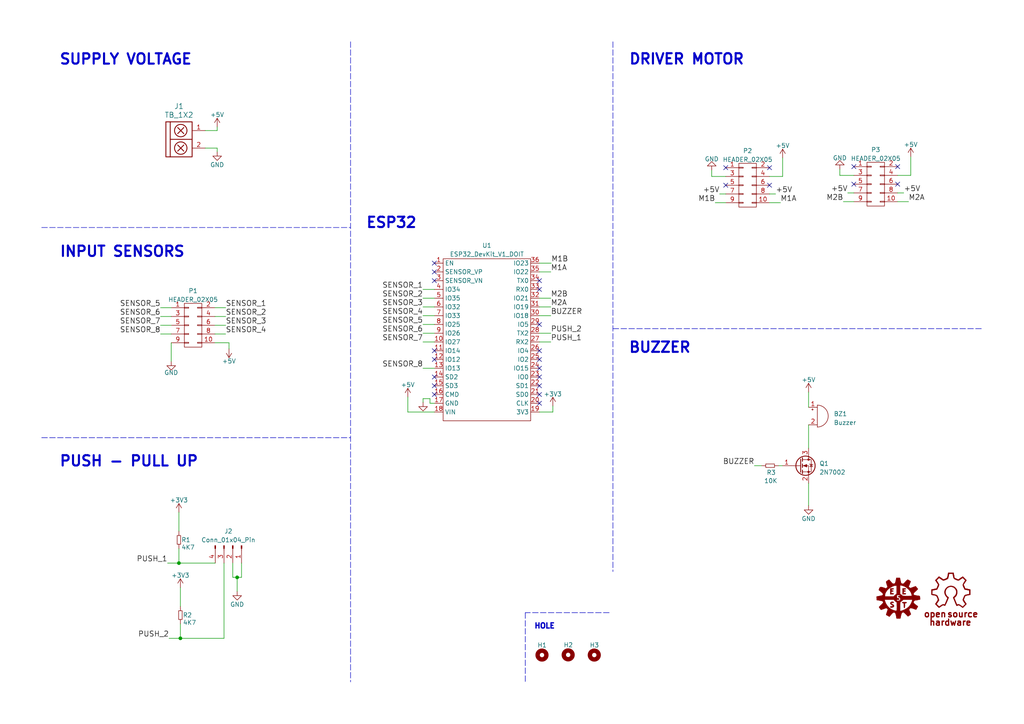
<source format=kicad_sch>
(kicad_sch (version 20230121) (generator eeschema)
  (paper "A4")
  (title_block (title "Main Board - B2023 (Shield)") (date "2023-03-03") (rev "1.0") (company "E.E.S.T. N°5") (comment 1 "Autor: Mauricio Falcon") (comment 2 "CURSO: 7MO 3RA"))
  (lib_symbols
    (symbol "2019---Sumo---NANO---BTS7960-rescue:LOGO_ROTULO-EESTN5" (pin_names (offset 1.016))
      (symbol "LOGO_ROTULO-EESTN5_0_0"
        (polyline (pts (xy 1.8034 -2.921) (xy 1.8796 -2.8194) (xy 1.905 -2.6162) (xy 1.9304 -2.2352) (xy 1.9304 -1.7272) (xy 1.9558 -1.5748) (xy 2.032 -1.524) (xy 2.1844 -1.524) (xy 2.3368 -1.4732) (xy 2.4384 -1.3716) (xy 2.413 -1.3208) (xy 2.3368 -1.2446) (xy 2.1336 -1.2192) (xy 1.2954 -1.2192) (xy 1.143 -1.27) (xy 1.1176 -1.3716) (xy 1.143 -1.4478) (xy 1.3716 -1.524) (xy 1.4224 -1.524) (xy 1.524 -1.5494) (xy 1.5748 -1.6256) (xy 1.6002 -1.8542) (xy 1.6256 -2.2352) (xy 1.6256 -2.7432) (xy 1.6764 -2.8956) (xy 1.778 -2.9464) (xy 1.8034 -2.921)) (stroke (width 0.0254)) (fill (type outline)))
        (polyline (pts (xy -1.5748 1.0414) (xy -1.397 1.0922) (xy -1.3208 1.1684) (xy -1.3462 1.1938) (xy -1.4224 1.2954) (xy -1.6764 1.3208) (xy -1.905 1.3462) (xy -2.0066 1.4224) (xy -2.032 1.5748) (xy -2.032 1.7018) (xy -1.9558 1.8034) (xy -1.7272 1.8288) (xy -1.524 1.8796) (xy -1.4224 1.9812) (xy -1.4986 2.1082) (xy -1.7272 2.1336) (xy -1.9558 2.1844) (xy -2.032 2.286) (xy -2.032 2.3114) (xy -1.9558 2.413) (xy -1.6764 2.4384) (xy -1.651 2.4638) (xy -1.4224 2.4892) (xy -1.3208 2.5908) (xy -1.3716 2.6924) (xy -1.524 2.7432) (xy -2.3368 2.7432) (xy -2.3368 1.016) (xy -1.8288 1.016) (xy -1.5748 1.0414)) (stroke (width 0.0254)) (fill (type outline)))
        (polyline (pts (xy 1.9812 1.0414) (xy 2.159 1.0922) (xy 2.2352 1.1684) (xy 2.2098 1.1938) (xy 2.1336 1.2954) (xy 1.8796 1.3208) (xy 1.651 1.3462) (xy 1.5494 1.4224) (xy 1.524 1.5748) (xy 1.524 1.7018) (xy 1.6002 1.8034) (xy 1.8288 1.8288) (xy 2.032 1.8796) (xy 2.1336 1.9812) (xy 2.0574 2.1082) (xy 1.8288 2.1336) (xy 1.6002 2.1844) (xy 1.524 2.286) (xy 1.524 2.3114) (xy 1.6002 2.413) (xy 1.8796 2.4384) (xy 1.905 2.4638) (xy 2.1336 2.4892) (xy 2.2352 2.5908) (xy 2.1844 2.6924) (xy 2.032 2.7432) (xy 1.2192 2.7432) (xy 1.2192 1.016) (xy 1.7272 1.016) (xy 1.9812 1.0414)) (stroke (width 0.0254)) (fill (type outline)))
        (polyline (pts (xy -1.6256 -2.7686) (xy -1.4224 -2.667) (xy -1.27 -2.4892) (xy -1.2446 -2.2606) (xy -1.397 -2.0066) (xy -1.778 -1.778) (xy -1.905 -1.6764) (xy -2.032 -1.524) (xy -2.032 -1.4478) (xy -1.9304 -1.4224) (xy -1.4732 -1.4732) (xy -1.3716 -1.4478) (xy -1.3462 -1.3208) (xy -1.4732 -1.1684) (xy -1.7272 -1.1176) (xy -1.9812 -1.143) (xy -2.1844 -1.27) (xy -2.2606 -1.3208) (xy -2.3368 -1.5748) (xy -2.2352 -1.8288) (xy -1.9304 -2.032) (xy -1.6764 -2.2098) (xy -1.6002 -2.3368) (xy -1.6764 -2.4384) (xy -1.9558 -2.4638) (xy -1.9812 -2.4638) (xy -2.2606 -2.4892) (xy -2.3622 -2.6162) (xy -2.286 -2.7686) (xy -2.159 -2.8194) (xy -1.905 -2.8194) (xy -1.6256 -2.7686)) (stroke (width 0.0254)) (fill (type outline)))
        (polyline (pts (xy 0.762 -5.1816) (xy 0.8128 -4.953) (xy 0.9144 -4.6228) (xy 0.9906 -4.445) (xy 1.0922 -4.318) (xy 1.2446 -4.2418) (xy 1.3716 -4.2164) (xy 1.524 -4.2164) (xy 1.6764 -4.2926) (xy 1.8796 -4.4704) (xy 2.794 -5.3848) (xy 3.2258 -5.1054) (xy 3.3782 -5.0038) (xy 3.556 -4.8514) (xy 3.6576 -4.7498) (xy 3.6068 -4.6482) (xy 3.5306 -4.4196) (xy 3.4036 -4.0894) (xy 3.302 -3.8862) (xy 3.175 -3.5814) (xy 3.1496 -3.3782) (xy 3.2004 -3.2258) (xy 3.429 -2.9972) (xy 3.556 -2.9464) (xy 3.7084 -2.9718) (xy 3.9624 -3.0226) (xy 4.3688 -3.1496) (xy 5.1562 -3.429) (xy 5.4102 -2.9718) (xy 5.5118 -2.8194) (xy 5.6388 -2.5908) (xy 5.6896 -2.4892) (xy 5.6642 -2.4892) (xy 5.5626 -2.3622) (xy 5.3086 -2.1844) (xy 5.0038 -1.9558) (xy 4.6736 -1.6764) (xy 4.445 -1.4732) (xy 4.3942 -1.3208) (xy 4.4196 -1.27) (xy 4.4704 -1.0922) (xy 4.572 -0.9144) (xy 4.7752 -0.762) (xy 5.0292 -0.7112) (xy 5.1308 -0.6858) (xy 5.4356 -0.6604) (xy 5.7658 -0.5842) (xy 6.2992 -0.4826) (xy 6.2992 0.0254) (xy 6.2738 0.0508) (xy 6.2738 0.3048) (xy 6.223 0.4572) (xy 6.096 0.5588) (xy 5.842 0.6096) (xy 5.4356 0.6604) (xy 5.1054 0.7112) (xy 4.7752 0.7874) (xy 4.572 0.8382) (xy 4.4704 0.9398) (xy 4.4196 1.0922) (xy 4.4196 1.2446) (xy 4.5212 1.397) (xy 4.699 1.6256) (xy 5.0292 1.905) (xy 5.1562 2.0066) (xy 5.6134 2.4638) (xy 5.6642 2.54) (xy 5.6642 2.5908) (xy 5.5372 2.7686) (xy 5.334 2.9972) (xy 5.0292 3.3782) (xy 3.4544 2.8194) (xy 3.2258 3.0226) (xy 2.9972 3.2512) (xy 3.302 3.9878) (xy 3.3274 4.0894) (xy 3.4544 4.4196) (xy 3.556 4.6736) (xy 3.5814 4.7752) (xy 3.5052 4.8514) (xy 3.302 4.9784) (xy 3.048 5.1308) (xy 2.8448 5.2324) (xy 2.7178 5.2832) (xy 2.6924 5.2832) (xy 2.5908 5.2324) (xy 2.4384 5.1054) (xy 2.2098 4.8768) (xy 1.8796 4.4958) (xy 1.524 4.1402) (xy 1.3716 4.0894) (xy 1.143 4.1148) (xy 0.889 4.2164) (xy 0.7874 4.3434) (xy 0.7366 4.5974) (xy 0.635 5.0038) (xy 0.4572 5.7912) (xy -0.5842 5.7912) (xy -0.7112 5.1054) (xy -0.8128 4.699) (xy -0.889 4.4196) (xy -0.9652 4.2418) (xy -1.0922 4.1656) (xy -1.2954 4.1148) (xy -1.524 4.1148) (xy -1.6764 4.191) (xy -1.8796 4.3688) (xy -2.1336 4.6736) (xy -2.6924 5.2832) (xy -3.0988 5.0546) (xy -3.2258 4.953) (xy -3.4544 4.8006) (xy -3.556 4.6736) (xy -3.5306 4.5212) (xy -3.4544 4.2164) (xy -3.3528 3.8608) (xy -3.1242 3.175) (xy -3.3528 2.9464) (xy -3.556 2.7178) (xy -4.0386 2.8956) (xy -4.572 3.0734) (xy -4.9022 3.1496) (xy -5.0546 3.1496) (xy -5.2324 3.1242) (xy -5.3594 3.0226) (xy -5.5118 2.7432) (xy -5.5626 2.6162) (xy -5.6388 2.3876) (xy -5.6388 2.2606) (xy -5.5118 2.1336) (xy -5.2832 1.9558) (xy -4.9784 1.7018) (xy -4.7752 1.524) (xy -4.5466 1.3208) (xy -4.4704 1.143) (xy -4.445 0.9906) (xy -4.4704 0.889) (xy -4.5212 0.8128) (xy -4.6228 0.7366) (xy -4.826 0.6858) (xy -5.1562 0.6096) (xy -5.6388 0.508) (xy -6.1722 0.4064) (xy -3.8608 0.4064) (xy -3.8608 0.7874) (xy -3.8354 1.1176) (xy -3.6068 1.6256) (xy -3.2512 2.159) (xy -2.7686 2.6416) (xy -2.6416 2.7432) (xy -2.159 3.048) (xy -1.651 3.3274) (xy -1.1684 3.5052) (xy -0.762 3.556) (xy -0.508 3.556) (xy -0.508 1.1938) (xy -0.5588 1.143) (xy 0.508 1.143) (xy 0.508 3.429) (xy 0.5588 3.5814) (xy 0.6096 3.6322) (xy 0.6858 3.6322) (xy 0.9144 3.5814) (xy 1.1938 3.5052) (xy 1.3462 3.4798) (xy 1.9304 3.2512) (xy 2.4892 2.8702) (xy 2.9972 2.413) (xy 3.429 1.905) (xy 3.7338 1.3716) (xy 3.8608 0.8636) (xy 3.9116 0.5588) (xy 2.5654 0.5334) (xy 2.0066 0.5334) (xy 1.5748 0.5588) (xy 1.2954 0.5842) (xy 1.2192 0.6096) (xy 1.0668 0.762) (xy 0.8636 0.9144) (xy 0.508 1.143) (xy -0.5588 1.143) (xy -0.9398 0.8128) (xy -1.3716 0.4064) (xy -3.8608 0.4064) (xy -6.1722 0.4064) (xy -6.3246 0.381) (xy -6.2992 -0.127) (xy -6.2738 -0.508) (xy -3.9878 -0.508) (xy -1.3208 -0.508) (xy -1.1938 -0.6604) (xy -0.508 -0.6604) (xy -0.4318 -0.5588) (xy -0.127 -0.5334) (xy 0.0762 -0.5334) (xy 0.2032 -0.4826) (xy 0.254 -0.3556) (xy 0.2286 -0.2794) (xy 0.1524 -0.1524) (xy -0.0762 -0.1016) (xy -0.2032 -0.1016) (xy -0.3556 -0.0508) (xy -0.4064 0.1016) (xy -0.4064 0.8128) (xy 0.2286 0.8128) (xy 0.4318 0.762) (xy 0.508 0.6604) (xy 0.4318 0.5588) (xy 0.2032 0.508) (xy 0 0.4826) (xy -0.1016 0.4064) (xy -0.0254 0.2794) (xy 0.2286 0.1524) (xy 0.3556 0.127) (xy 0.508 -0.0254) (xy 0.5842 -0.254) (xy 0.5842 -0.2794) (xy 0.5588 -0.5588) (xy 0.381 -0.7366) (xy 0.3302 -0.762) (xy 0.0508 -0.8636) (xy -0.2286 -0.889) (xy -0.4318 -0.8128) (xy -0.508 -0.6604) (xy -1.1938 -0.6604) (xy -1.016 -0.8636) (xy -0.9144 -0.9652) (xy -0.7112 -1.143) (xy -0.5588 -1.2192) (xy -0.508 -1.2192) (xy -0.4572 -1.3462) (xy -0.4318 -1.5494) (xy -0.4318 -1.9304) (xy -0.4318 -2.032) (xy 0.508 -2.032) (xy 0.5334 -1.5748) (xy 0.5588 -1.2954) (xy 0.5842 -1.2192) (xy 0.6604 -1.1938) (xy 0.8382 -1.0414) (xy 1.0922 -0.8636) (xy 1.4732 -0.508) (xy 4.064 -0.508) (xy 3.9878 -0.8382) (xy 3.9878 -0.889) (xy 3.81 -1.3462) (xy 3.556 -1.8542) (xy 3.2258 -2.3368) (xy 2.921 -2.667) (xy 2.6924 -2.8448) (xy 2.3114 -3.1242) (xy 1.9304 -3.3274) (xy 1.6256 -3.4798) (xy 1.2192 -3.6322) (xy 0.9144 -3.7338) (xy 0.508 -3.8354) (xy 0.508 -2.032) (xy -0.4318 -2.032) (xy -0.4064 -2.4892) (xy -0.4064 -2.8448) (xy -0.4318 -3.302) (xy -0.4572 -3.5814) (xy -0.5588 -3.7084) (xy -0.7366 -3.7592) (xy -0.9906 -3.683) (xy -1.3716 -3.5814) (xy -1.9304 -3.3528) (xy -2.6162 -2.8956) (xy -3.175 -2.286) (xy -3.6322 -1.5748) (xy -3.9116 -0.7874) (xy -3.9878 -0.508) (xy -6.2738 -0.508) (xy -6.2484 -0.635) (xy -5.3848 -0.7874) (xy -5.0546 -0.8382) (xy -4.7498 -0.9144) (xy -4.572 -0.9652) (xy -4.4704 -1.0668) (xy -4.4196 -1.1938) (xy -4.4196 -1.3716) (xy -4.4958 -1.524) (xy -4.6736 -1.7272) (xy -4.9784 -2.032) (xy -5.08 -2.1082) (xy -5.5372 -2.5654) (xy -5.6134 -2.6924) (xy -5.588 -2.7178) (xy -5.4864 -2.8956) (xy -5.3086 -3.1242) (xy -5.0292 -3.4798) (xy -4.2164 -3.2004) (xy -3.8608 -3.0734) (xy -3.6068 -2.9972) (xy -3.429 -2.9972) (xy -3.3274 -3.0226) (xy -3.2258 -3.1242) (xy -3.1496 -3.2258) (xy -3.0988 -3.3274) (xy -3.0988 -3.4798) (xy -3.175 -3.7084) (xy -3.302 -4.1148) (xy -3.3528 -4.2418) (xy -3.4544 -4.572) (xy -3.5306 -4.826) (xy -3.5306 -4.9276) (xy -3.5052 -4.953) (xy -3.302 -5.0546) (xy -3.048 -5.207) (xy -2.5654 -5.461) (xy -2.0574 -4.826) (xy -1.7526 -4.4958) (xy -1.524 -4.318) (xy -1.3462 -4.2418) (xy -1.1684 -4.2418) (xy -1.016 -4.2926) (xy -0.9144 -4.3942) (xy -0.8128 -4.5974) (xy -0.7112 -4.9276) (xy -0.6096 -5.4102) (xy -0.508 -5.9944) (xy 0.5842 -5.9944) (xy 0.762 -5.1816)) (stroke (width 0.0254)) (fill (type outline)))
      )
    )
    (symbol "2019---Sumo---NANO---BTS7960-rescue:OSHWA-EESTN5" (pin_names (offset 1.016))
      (symbol "OSHWA-EESTN5_0_0"
        (polyline (pts (xy 5.7912 2.667) (xy 5.5372 2.7178) (xy 5.4864 2.7432) (xy 5.4864 1.8796) (xy 5.4864 1.8288) (xy 5.4864 1.6002) (xy 5.4864 1.4732) (xy 5.4102 1.3716) (xy 5.2832 1.3208) (xy 5.0038 1.27) (xy 4.6228 1.1938) (xy 4.572 1.1684) (xy 4.318 1.1176) (xy 4.1656 1.0414) (xy 4.0386 0.889) (xy 3.937 0.6604) (xy 3.8354 0.4064) (xy 3.683 0.0762) (xy 3.6068 -0.1778) (xy 3.5814 -0.3556) (xy 3.6322 -0.5334) (xy 3.7592 -0.7366) (xy 3.9116 -0.9906) (xy 4.318 -1.5494) (xy 3.937 -1.9304) (xy 3.5814 -2.3114) (xy 3.048 -1.9558) (xy 2.794 -1.778) (xy 2.5654 -1.651) (xy 2.3876 -1.6256) (xy 2.2098 -1.6256) (xy 1.905 -1.6764) (xy 1.4986 -0.7112) (xy 1.1176 0.2286) (xy 1.397 0.508) (xy 1.5748 0.6604) (xy 1.8034 1.016) (xy 1.9304 1.397) (xy 1.9812 1.8542) (xy 1.9812 1.9304) (xy 1.9558 2.2606) (xy 1.905 2.54) (xy 1.7526 2.8194) (xy 1.4732 3.175) (xy 1.0668 3.5052) (xy 0.5842 3.683) (xy 0.1016 3.7338) (xy -0.4064 3.6576) (xy -0.889 3.429) (xy -1.2954 3.048) (xy -1.3462 2.9972) (xy -1.6256 2.5146) (xy -1.7526 2.0066) (xy -1.7018 1.4986) (xy -1.4986 0.9906) (xy -1.143 0.508) (xy -0.8636 0.2032) (xy -1.2446 -0.7366) (xy -1.651 -1.6764) (xy -1.9558 -1.6256) (xy -2.1082 -1.6256) (xy -2.286 -1.651) (xy -2.4892 -1.7526) (xy -2.7686 -1.9304) (xy -3.2766 -2.2606) (xy -3.6576 -1.905) (xy -4.0132 -1.524) (xy -3.6322 -0.9652) (xy -3.2766 -0.4064) (xy -3.429 0.0254) (xy -3.4544 0.1016) (xy -3.6068 0.508) (xy -3.7338 0.7874) (xy -3.8862 0.9906) (xy -4.0894 1.0922) (xy -4.3688 1.1938) (xy -4.7752 1.27) (xy -5.2578 1.3716) (xy -5.2324 1.905) (xy -5.207 2.413) (xy -4.5212 2.54) (xy -3.8608 2.667) (xy -3.5814 3.2512) (xy -3.556 3.302) (xy -3.4036 3.6068) (xy -3.3274 3.8862) (xy -3.2766 4.0386) (xy -3.3274 4.2164) (xy -3.4544 4.445) (xy -3.6322 4.7244) (xy -3.6576 4.7498) (xy -3.81 5.0292) (xy -3.937 5.207) (xy -3.9878 5.3086) (xy -3.9878 5.334) (xy -3.8862 5.461) (xy -3.7338 5.6388) (xy -3.5306 5.8166) (xy -3.3782 5.969) (xy -3.2766 6.0198) (xy -3.1496 5.9436) (xy -2.9464 5.8166) (xy -2.6924 5.6388) (xy -2.6162 5.588) (xy -2.3622 5.4102) (xy -2.159 5.3086) (xy -2.032 5.2578) (xy -1.8796 5.3086) (xy -1.6256 5.3848) (xy -1.3208 5.5118) (xy -1.2446 5.5372) (xy -0.9144 5.6896) (xy -0.7112 5.842) (xy -0.635 5.969) (xy -0.6096 6.096) (xy -0.5588 6.3754) (xy -0.4826 6.6802) (xy -0.381 7.239) (xy 0.127 7.239) (xy 0.635 7.239) (xy 0.7366 6.731) (xy 0.7874 6.477) (xy 0.8636 6.1722) (xy 0.9398 5.9436) (xy 1.0414 5.8166) (xy 1.1684 5.715) (xy 1.3462 5.6134) (xy 1.4478 5.5626) (xy 1.778 5.4356) (xy 2.032 5.334) (xy 2.1844 5.2832) (xy 2.3114 5.2832) (xy 2.4638 5.334) (xy 2.667 5.4356) (xy 2.9464 5.6388) (xy 3.556 6.0452) (xy 3.937 5.6896) (xy 4.2926 5.3086) (xy 3.9116 4.7498) (xy 3.8354 4.6228) (xy 3.683 4.318) (xy 3.5814 4.0894) (xy 3.6068 3.8354) (xy 3.683 3.5306) (xy 3.8862 3.1496) (xy 4.1148 2.667) (xy 4.7752 2.54) (xy 5.461 2.413) (xy 5.4864 1.8796) (xy 5.4864 2.7432) (xy 5.4102 2.7432) (xy 5.1054 2.8194) (xy 4.8006 2.8956) (xy 4.2926 2.9718) (xy 4.064 3.5306) (xy 3.81 4.0894) (xy 4.2418 4.7244) (xy 4.6736 5.3594) (xy 4.1148 5.9182) (xy 3.5814 6.4516) (xy 2.921 6.0198) (xy 2.286 5.5626) (xy 1.7526 5.7912) (xy 1.1938 6.0452) (xy 1.0922 6.5532) (xy 1.0668 6.8072) (xy 0.9906 7.0866) (xy 0.9652 7.3152) (xy 0.9144 7.5438) (xy 0.127 7.5438) (xy -0.6604 7.5438) (xy -0.762 6.9342) (xy -0.8128 6.6802) (xy -0.889 6.35) (xy -0.9652 6.1214) (xy -1.0922 5.9944) (xy -1.27 5.8928) (xy -1.524 5.7658) (xy -2.032 5.588) (xy -2.667 6.0198) (xy -3.3274 6.477) (xy -3.8608 5.9182) (xy -4.4196 5.3594) (xy -3.9878 4.7244) (xy -3.556 4.0894) (xy -3.7846 3.556) (xy -3.7846 3.5306) (xy -3.8862 3.2766) (xy -3.9878 3.0734) (xy -4.0132 2.9972) (xy -4.0386 2.9718) (xy -4.191 2.9464) (xy -4.445 2.8956) (xy -4.7752 2.8194) (xy -5.5118 2.6924) (xy -5.5118 1.905) (xy -5.5118 1.143) (xy -4.9022 1.016) (xy -4.8768 1.016) (xy -4.5466 0.9652) (xy -4.2926 0.889) (xy -4.1402 0.8382) (xy -4.1148 0.8128) (xy -4.0132 0.6604) (xy -3.8862 0.4318) (xy -3.7592 0.1524) (xy -3.683 -0.1016) (xy -3.6576 -0.3048) (xy -3.7084 -0.4572) (xy -3.8608 -0.6858) (xy -4.0386 -0.9652) (xy -4.4196 -1.524) (xy -3.8862 -2.0828) (xy -3.7846 -2.2098) (xy -3.556 -2.413) (xy -3.3782 -2.5654) (xy -3.3274 -2.6162) (xy -3.302 -2.6162) (xy -3.2004 -2.54) (xy -2.9972 -2.413) (xy -2.7178 -2.2352) (xy -2.5654 -2.1082) (xy -2.3368 -1.9558) (xy -2.1844 -1.905) (xy -2.0574 -1.905) (xy -1.905 -1.9304) (xy -1.7018 -2.0066) (xy -1.5748 -2.0574) (xy -1.5494 -2.032) (xy -1.4732 -1.8796) (xy -1.3462 -1.6256) (xy -1.1684 -1.27) (xy -0.9906 -0.8636) (xy -0.4826 0.3556) (xy -0.8382 0.6604) (xy -1.016 0.8128) (xy -1.27 1.2192) (xy -1.4224 1.651) (xy -1.4224 2.1082) (xy -1.2954 2.5146) (xy -1.0922 2.8956) (xy -0.762 3.2004) (xy -0.3556 3.4036) (xy 0.1524 3.4798) (xy 0.4826 3.429) (xy 0.9144 3.2766) (xy 1.27 2.9718) (xy 1.5494 2.5908) (xy 1.6764 2.159) (xy 1.6764 1.8288) (xy 1.6256 1.4478) (xy 1.4732 1.0922) (xy 1.1684 0.762) (xy 0.762 0.3556) (xy 1.2446 -0.8128) (xy 1.3208 -1.016) (xy 1.4732 -1.397) (xy 1.6256 -1.7272) (xy 1.7272 -1.9558) (xy 1.778 -2.0574) (xy 1.8796 -2.0828) (xy 2.032 -2.0066) (xy 2.1844 -1.905) (xy 2.3114 -1.8796) (xy 2.4892 -1.905) (xy 2.7178 -2.032) (xy 3.0226 -2.2352) (xy 3.5814 -2.6416) (xy 4.1402 -2.0828) (xy 4.6736 -1.524) (xy 4.2926 -0.9652) (xy 4.2164 -0.8636) (xy 4.064 -0.6096) (xy 3.937 -0.381) (xy 3.8862 -0.2794) (xy 3.8862 -0.254) (xy 3.937 -0.0762) (xy 4.0386 0.1778) (xy 4.1402 0.4572) (xy 4.2418 0.6858) (xy 4.318 0.7874) (xy 4.3434 0.8128) (xy 4.4958 0.8636) (xy 4.7498 0.9398) (xy 5.08 1.016) (xy 5.7912 1.143) (xy 5.7912 1.905) (xy 5.7912 2.667) (xy 5.7912 2.667)) (stroke (width 0.0254)) (fill (type outline)))
        (text "hardware" (at -0.0254 -6.858 0) (effects (font (size 1.778 1.778) bold)))
        (text "open" (at -4.445 -4.445 0) (effects (font (size 1.778 1.778) bold)))
        (text "source" (at 3.556 -4.445 0) (effects (font (size 1.778 1.778) bold)))
      )
    )
    (symbol "2019---Sumo---NANO---BTS7960-rescue:R-EESTN5" (pin_numbers hide) (pin_names (offset 0))
      (property "Reference" "R" (at -1.27 0 90))
      (property "Value" "R-EESTN5" (at 1.27 0 90))
      (symbol "R-EESTN5_0_1"
        (rectangle (start 0.508 1.27) (end -0.508 -1.27))
      )
      (symbol "R-EESTN5_1_1"
        (pin passive line (at 0 2.54 270) (length 1.27) (name "~") (number "1"))
        (pin passive line (at 0 -2.54 90) (length 1.27) (name "~") (number "2"))
      )
    )
    (symbol "Connector:Conn_01x04_Pin" (pin_names (offset 1.016) hide)
      (property "Reference" "J" (at 0 5.08 0))
      (property "Value" "Conn_01x04_Pin" (at 0 -7.62 0))
      (symbol "Conn_01x04_Pin_1_1"
        (polyline (pts (xy 1.27 -5.08) (xy 0.8636 -5.08)) (stroke (width 0.1524)))
        (polyline (pts (xy 1.27 -2.54) (xy 0.8636 -2.54)) (stroke (width 0.1524)))
        (polyline (pts (xy 1.27 0) (xy 0.8636 0)) (stroke (width 0.1524)))
        (polyline (pts (xy 1.27 2.54) (xy 0.8636 2.54)) (stroke (width 0.1524)))
        (rectangle (start 0.8636 -4.953) (end 0 -5.207) (stroke (width 0.1524)) (fill (type outline)))
        (rectangle (start 0.8636 -2.413) (end 0 -2.667) (stroke (width 0.1524)) (fill (type outline)))
        (rectangle (start 0.8636 0.127) (end 0 -0.127) (stroke (width 0.1524)) (fill (type outline)))
        (rectangle (start 0.8636 2.667) (end 0 2.413) (stroke (width 0.1524)) (fill (type outline)))
        (pin passive line (at 5.08 2.54 180) (length 3.81) (name "Pin_1") (number "1"))
        (pin passive line (at 5.08 0 180) (length 3.81) (name "Pin_2") (number "2"))
        (pin passive line (at 5.08 -2.54 180) (length 3.81) (name "Pin_3") (number "3"))
        (pin passive line (at 5.08 -5.08 180) (length 3.81) (name "Pin_4") (number "4"))
      )
    )
    (symbol "Device:Buzzer" (pin_names (offset 0.0254) hide)
      (property "Reference" "BZ" (at 3.81 1.27 0))
      (property "Value" "Buzzer" (at 3.81 -1.27 0))
      (symbol "Buzzer_0_1"
        (arc (start 0 -3.175) (mid 3.1612 0) (end 0 3.175))
        (polyline (pts (xy -1.651 1.905) (xy -1.143 1.905)))
        (polyline (pts (xy -1.397 2.159) (xy -1.397 1.651)))
        (polyline (pts (xy 0 3.175) (xy 0 -3.175)))
      )
      (symbol "Buzzer_1_1"
        (pin passive line (at -2.54 2.54 0) (length 2.54) (name "-") (number "1"))
        (pin passive line (at -2.54 -2.54 0) (length 2.54) (name "+") (number "2"))
      )
    )
    (symbol "EESTN5-v2:ESP32_DevKit_V1_DOIT"
      (property "Reference" "U" (at -11.43 34.29 0))
      (property "Value" "ESP32_DevKit_V1_DOIT" (at 11.43 34.29 0))
      (symbol "ESP32_DevKit_V1_DOIT_0_0"
        (pin bidirectional line (at 15.24 25.4 180) (length 2.54) (name "TX0") (number "34"))
        (pin bidirectional line (at 15.24 27.94 180) (length 2.54) (name "IO22") (number "35"))
        (pin bidirectional line (at 15.24 30.48 180) (length 2.54) (name "IO23") (number "36"))
      )
      (symbol "ESP32_DevKit_V1_DOIT_0_1"
        (rectangle (start -12.7 31.75) (end 12.7 -15.24))
      )
      (symbol "ESP32_DevKit_V1_DOIT_1_1"
        (pin input line (at -15.24 30.48 0) (length 2.54) (name "EN") (number "1"))
        (pin bidirectional line (at -15.24 7.62 0) (length 2.54) (name "IO27") (number "10"))
        (pin bidirectional line (at -15.24 5.08 0) (length 2.54) (name "IO14") (number "11"))
        (pin bidirectional line (at -15.24 2.54 0) (length 2.54) (name "IO12") (number "12"))
        (pin bidirectional line (at -15.24 0 0) (length 2.54) (name "IO13") (number "13"))
        (pin bidirectional line (at -15.24 -2.54 0) (length 2.54) (name "SD2") (number "14"))
        (pin bidirectional line (at -15.24 -5.08 0) (length 2.54) (name "SD3") (number "15"))
        (pin bidirectional line (at -15.24 -7.62 0) (length 2.54) (name "CMD") (number "16"))
        (pin power_in line (at -15.24 -10.16 0) (length 2.54) (name "GND") (number "17"))
        (pin power_in line (at -15.24 -12.7 0) (length 2.54) (name "VIN") (number "18"))
        (pin power_in line (at 15.24 -12.7 180) (length 2.54) (name "3V3") (number "19"))
        (pin input line (at -15.24 27.94 0) (length 2.54) (name "SENSOR_VP") (number "2"))
        (pin bidirectional line (at 15.24 -10.16 180) (length 2.54) (name "CLK") (number "20"))
        (pin bidirectional line (at 15.24 -7.62 180) (length 2.54) (name "SD0") (number "21"))
        (pin bidirectional line (at 15.24 -5.08 180) (length 2.54) (name "SD1") (number "22"))
        (pin bidirectional line (at 15.24 -2.54 180) (length 2.54) (name "IO0") (number "23"))
        (pin bidirectional line (at 15.24 0 180) (length 2.54) (name "IO15") (number "24"))
        (pin bidirectional line (at 15.24 2.54 180) (length 2.54) (name "IO2") (number "25"))
        (pin bidirectional line (at 15.24 5.08 180) (length 2.54) (name "IO4") (number "26"))
        (pin bidirectional line (at 15.24 7.62 180) (length 2.54) (name "RX2") (number "27"))
        (pin bidirectional line (at 15.24 10.16 180) (length 2.54) (name "TX2") (number "28"))
        (pin bidirectional line (at 15.24 12.7 180) (length 2.54) (name "IO5") (number "29"))
        (pin input line (at -15.24 25.4 0) (length 2.54) (name "SENSOR_VN") (number "3"))
        (pin bidirectional line (at 15.24 15.24 180) (length 2.54) (name "IO18") (number "30"))
        (pin bidirectional line (at 15.24 17.78 180) (length 2.54) (name "IO19") (number "31"))
        (pin bidirectional line (at 15.24 20.32 180) (length 2.54) (name "IO21") (number "32"))
        (pin bidirectional line (at 15.24 22.86 180) (length 2.54) (name "RX0") (number "33"))
        (pin input line (at -15.24 22.86 0) (length 2.54) (name "IO34") (number "4"))
        (pin input line (at -15.24 20.32 0) (length 2.54) (name "IO35") (number "5"))
        (pin bidirectional line (at -15.24 17.78 0) (length 2.54) (name "IO32") (number "6"))
        (pin bidirectional line (at -15.24 15.24 0) (length 2.54) (name "IO33") (number "7"))
        (pin bidirectional line (at -15.24 12.7 0) (length 2.54) (name "IO25") (number "8"))
        (pin bidirectional line (at -15.24 10.16 0) (length 2.54) (name "IO26") (number "9"))
      )
    )
    (symbol "EESTN5-v2:HEADER_02X05" (pin_names (offset 0.0254) hide)
      (property "Reference" "P" (at 0 7.62 0))
      (property "Value" "HEADER_02X05" (at 0 -7.62 0))
      (symbol "HEADER_02X05_0_1"
        (rectangle (start -2.54 -4.953) (end -1.27 -5.207))
        (rectangle (start -2.54 -2.413) (end -1.27 -2.667))
        (rectangle (start -2.54 0.127) (end -1.27 -0.127))
        (rectangle (start -2.54 2.667) (end -1.27 2.413))
        (rectangle (start -2.54 5.207) (end -1.27 4.953))
        (rectangle (start -2.54 6.35) (end 2.54 -6.35))
        (rectangle (start 1.27 -4.953) (end 2.54 -5.207))
        (rectangle (start 1.27 -2.413) (end 2.54 -2.667))
        (rectangle (start 1.27 0.127) (end 2.54 -0.127))
        (rectangle (start 1.27 2.667) (end 2.54 2.413))
        (rectangle (start 1.27 5.207) (end 2.54 4.953))
      )
      (symbol "HEADER_02X05_1_1"
        (pin passive line (at -6.35 5.08 0) (length 3.81) (name "P1") (number "1"))
        (pin passive line (at 6.35 -5.08 180) (length 3.81) (name "P10") (number "10"))
        (pin passive line (at 6.35 5.08 180) (length 3.81) (name "P2") (number "2"))
        (pin passive line (at -6.35 2.54 0) (length 3.81) (name "P3") (number "3"))
        (pin passive line (at 6.35 2.54 180) (length 3.81) (name "P4") (number "4"))
        (pin passive line (at -6.35 0 0) (length 3.81) (name "P5") (number "5"))
        (pin passive line (at 6.35 0 180) (length 3.81) (name "P6") (number "6"))
        (pin passive line (at -6.35 -2.54 0) (length 3.81) (name "P7") (number "7"))
        (pin passive line (at 6.35 -2.54 180) (length 3.81) (name "P8") (number "8"))
        (pin passive line (at -6.35 -5.08 0) (length 3.81) (name "P9") (number "9"))
      )
    )
    (symbol "EESTN5-v2:Mounting_Hole" (pin_names (offset 1.016))
      (property "Reference" "H" (at 0 5.08 0))
      (symbol "Mounting_Hole_0_1"
        (circle (center 0 0) (radius 1.27) (stroke (width 1.27)))
      )
    )
    (symbol "EESTN5-v2:TB_1X2" (pin_names (offset 1.016))
      (property "Reference" "J" (at 0 7.62 0))
      (property "Value" "TB_1X2" (at 1.27 -7.62 0))
      (symbol "TB_1X2_0_1"
        (rectangle (start -2.54 5.08) (end 5.08 -5.08) (stroke (width 0.254)))
        (polyline (pts (xy -1.27 0) (xy 5.08 0)) (stroke (width 0.254)))
        (polyline (pts (xy -1.27 5.08) (xy -1.27 -5.08)) (stroke (width 0.254)))
        (polyline (pts (xy 0.889 -3.429) (xy 2.667 -1.651)) (stroke (width 0.254)))
        (polyline (pts (xy 0.889 -1.651) (xy 2.667 -3.429)) (stroke (width 0.254)))
        (polyline (pts (xy 0.889 1.651) (xy 2.667 3.429)) (stroke (width 0.254)))
        (polyline (pts (xy 0.889 3.429) (xy 2.667 1.651)) (stroke (width 0.254)))
        (circle (center 1.778 -2.54) (radius 1.8034) (stroke (width 0.254)))
        (circle (center 1.778 2.54) (radius 1.8034) (stroke (width 0.254)))
      )
      (symbol "TB_1X2_1_1"
        (pin input line (at 8.89 2.54 180) (length 3.81) (name "~") (number "1"))
        (pin input line (at 8.89 -2.54 180) (length 3.81) (name "~") (number "2"))
      )
    )
    (symbol "Transistor_FET:2N7002" (pin_names hide)
      (property "Reference" "Q" (at 5.08 1.905 0))
      (property "Value" "2N7002" (at 5.08 0 0))
      (symbol "2N7002_0_1"
        (polyline (pts (xy 0.254 0) (xy -2.54 0)))
        (polyline (pts (xy 0.254 1.905) (xy 0.254 -1.905)) (stroke (width 0.254)))
        (polyline (pts (xy 0.762 -1.27) (xy 0.762 -2.286)) (stroke (width 0.254)))
        (polyline (pts (xy 0.762 0.508) (xy 0.762 -0.508)) (stroke (width 0.254)))
        (polyline (pts (xy 0.762 2.286) (xy 0.762 1.27)) (stroke (width 0.254)))
        (polyline (pts (xy 2.54 2.54) (xy 2.54 1.778)))
        (polyline (pts (xy 2.54 -2.54) (xy 2.54 0) (xy 0.762 0)))
        (polyline (pts (xy 0.762 -1.778) (xy 3.302 -1.778) (xy 3.302 1.778) (xy 0.762 1.778)))
        (polyline (pts (xy 1.016 0) (xy 2.032 0.381) (xy 2.032 -0.381) (xy 1.016 0)) (fill (type outline)))
        (polyline (pts (xy 2.794 0.508) (xy 2.921 0.381) (xy 3.683 0.381) (xy 3.81 0.254)))
        (polyline (pts (xy 3.302 0.381) (xy 2.921 -0.254) (xy 3.683 -0.254) (xy 3.302 0.381)))
        (circle (center 1.651 0) (radius 2.794) (stroke (width 0.254)))
        (circle (center 2.54 -1.778) (radius 0.254) (fill (type outline)))
        (circle (center 2.54 1.778) (radius 0.254) (fill (type outline)))
      )
      (symbol "2N7002_1_1"
        (pin input line (at -5.08 0 0) (length 2.54) (name "G") (number "1"))
        (pin passive line (at 2.54 -5.08 90) (length 2.54) (name "S") (number "2"))
        (pin passive line (at 2.54 5.08 270) (length 2.54) (name "D") (number "3"))
      )
    )
    (symbol "power:+3V3" (power) (pin_names (offset 0))
      (property "Value" "+3V3" (at 0 3.556 0))
      (symbol "+3V3_0_1"
        (polyline (pts (xy -0.762 1.27) (xy 0 2.54)))
        (polyline (pts (xy 0 0) (xy 0 2.54)))
        (polyline (pts (xy 0 2.54) (xy 0.762 1.27)))
      )
      (symbol "+3V3_1_1"
        (pin power_in line (at 0 0 90) (length 0) hide (name "+3V3") (number "1"))
      )
    )
    (symbol "power:+5V" (power) (pin_names (offset 0))
      (property "Value" "+5V" (at 0 3.556 0))
      (symbol "+5V_0_1"
        (polyline (pts (xy -0.762 1.27) (xy 0 2.54)))
        (polyline (pts (xy 0 0) (xy 0 2.54)))
        (polyline (pts (xy 0 2.54) (xy 0.762 1.27)))
      )
      (symbol "+5V_1_1"
        (pin power_in line (at 0 0 90) (length 0) hide (name "+5V") (number "1"))
      )
    )
    (symbol "power:GND" (power) (pin_names (offset 0))
      (property "Value" "GND" (at 0 -3.81 0))
      (symbol "GND_0_1"
        (polyline (pts (xy 0 0) (xy 0 -1.27) (xy 1.27 -1.27) (xy 0 -2.54) (xy -1.27 -1.27) (xy 0 -1.27)))
      )
      (symbol "GND_1_1"
        (pin power_in line (at 0 0 270) (length 0) hide (name "GND") (number "1"))
      )
    )
  )
  (junction (at 51.8922 163.322))
  (junction (at 68.7832 167.4622))
  (junction (at 52.324 185.1406))
  (no_connect (at 125.984 111.887))
  (no_connect (at 156.464 109.347))
  (no_connect (at 125.984 114.427))
  (no_connect (at 125.984 101.727))
  (no_connect (at 125.984 76.327))
  (no_connect (at 260.35 53.4162))
  (no_connect (at 156.464 106.807))
  (no_connect (at 260.35 48.3362))
  (no_connect (at 210.4898 53.721))
  (no_connect (at 156.464 94.107))
  (no_connect (at 156.464 116.967))
  (no_connect (at 125.984 104.267))
  (no_connect (at 156.464 104.267))
  (no_connect (at 156.464 83.947))
  (no_connect (at 223.1898 53.721))
  (no_connect (at 156.464 81.407))
  (no_connect (at 247.65 53.4162))
  (no_connect (at 247.65 48.3362))
  (no_connect (at 210.4898 48.641))
  (no_connect (at 125.984 109.347))
  (no_connect (at 156.464 114.427))
  (no_connect (at 156.464 111.887))
  (no_connect (at 156.464 101.727))
  (no_connect (at 125.984 81.407))
  (no_connect (at 223.1898 48.641))
  (no_connect (at 125.984 78.867))
  (wire (pts (xy 49.657 99.4156) (xy 49.657 104.8004)))
  (wire (pts (xy 51.8922 154.051) (xy 51.8922 148.59)))
  (wire (pts (xy 160.3502 119.507) (xy 160.3502 117.7544)))
  (wire (pts (xy 67.5132 163.322) (xy 67.5132 167.4622)))
  (wire (pts (xy 243.586 50.8762) (xy 247.65 50.8762)))
  (wire (pts (xy 66.421 99.4156) (xy 62.357 99.4156)))
  (polyline (pts (xy 176.6824 177.6984) (xy 152.3492 177.6984)) (stroke (width 0) (type dash)))
  (wire (pts (xy 70.0532 163.322) (xy 70.0532 167.4622)))
  (polyline (pts (xy 12.0904 126.9492) (xy 101.6762 126.9492)) (stroke (width 0) (type dash)))
  (wire (pts (xy 260.35 58.4962) (xy 263.525 58.4962)))
  (polyline (pts (xy 101.6762 12.1158) (xy 101.6762 197.7898)) (stroke (width 0) (type dash)))
  (wire (pts (xy 122.682 89.027) (xy 125.984 89.027)))
  (polyline (pts (xy 177.7746 12.1158) (xy 177.7746 165.7858)) (stroke (width 0) (type dash)))
  (polyline (pts (xy 12.0904 65.9892) (xy 101.6762 65.9892)) (stroke (width 0) (type dash)))
  (wire (pts (xy 122.682 86.487) (xy 125.984 86.487)))
  (wire (pts (xy 226.9998 51.181) (xy 223.1898 51.181)))
  (wire (pts (xy 122.7074 115.6208) (xy 124.714 115.6208)))
  (wire (pts (xy 118.2878 115.1636) (xy 118.2878 119.507)))
  (wire (pts (xy 223.1898 56.261) (xy 224.9678 56.261)))
  (polyline (pts (xy 152.3492 177.6984) (xy 152.3492 197.7898)) (stroke (width 0) (type dash)))
  (wire (pts (xy 68.7832 167.4622) (xy 67.5132 167.4622)))
  (wire (pts (xy 156.464 76.327) (xy 159.893 76.327)))
  (wire (pts (xy 66.421 99.4156) (xy 66.421 101.1936)))
  (wire (pts (xy 234.5182 123.2154) (xy 234.5182 129.9972)))
  (wire (pts (xy 124.714 116.967) (xy 125.984 116.967)))
  (wire (pts (xy 65.4558 96.8756) (xy 62.357 96.8756)))
  (wire (pts (xy 62.992 42.9514) (xy 62.992 43.9928)))
  (wire (pts (xy 49.657 89.2556) (xy 46.5582 89.2556)))
  (wire (pts (xy 243.586 50.8762) (xy 243.586 49.0982)))
  (wire (pts (xy 156.464 89.027) (xy 159.766 89.027)))
  (wire (pts (xy 206.4258 51.181) (xy 206.4258 49.403)))
  (wire (pts (xy 65.4558 91.7956) (xy 62.357 91.7956)))
  (wire (pts (xy 49.657 94.3356) (xy 46.5582 94.3356)))
  (wire (pts (xy 52.324 185.1406) (xy 64.9732 185.1406)))
  (wire (pts (xy 206.4258 51.181) (xy 210.4898 51.181)))
  (wire (pts (xy 65.4558 94.3356) (xy 62.357 94.3356)))
  (wire (pts (xy 264.16 45.4914) (xy 264.16 50.8762)))
  (wire (pts (xy 156.464 91.567) (xy 159.766 91.567)))
  (wire (pts (xy 52.324 175.8696) (xy 52.324 170.4086)))
  (wire (pts (xy 49.022 185.1406) (xy 52.324 185.1406)))
  (wire (pts (xy 49.657 96.8756) (xy 46.5582 96.8756)))
  (wire (pts (xy 208.7118 56.261) (xy 210.4898 56.261)))
  (wire (pts (xy 223.1898 58.801) (xy 226.3648 58.801)))
  (wire (pts (xy 247.65 55.9562) (xy 245.872 55.9562)))
  (wire (pts (xy 70.0532 167.4622) (xy 68.7832 167.4622)))
  (wire (pts (xy 218.7956 135.0772) (xy 220.8276 135.0772)))
  (wire (pts (xy 244.602 58.4962) (xy 247.65 58.4962)))
  (wire (pts (xy 48.5902 163.322) (xy 51.8922 163.322)))
  (wire (pts (xy 225.9076 135.0772) (xy 226.8982 135.0772)))
  (wire (pts (xy 52.324 180.9496) (xy 52.324 185.1406)))
  (wire (pts (xy 234.5182 113.7158) (xy 234.5182 118.1354)))
  (wire (pts (xy 51.8922 159.131) (xy 51.8922 163.322)))
  (wire (pts (xy 234.5182 146.6342) (xy 234.5182 140.1572)))
  (wire (pts (xy 156.464 119.507) (xy 160.3502 119.507)))
  (wire (pts (xy 156.464 96.647) (xy 159.766 96.647)))
  (wire (pts (xy 260.35 55.9562) (xy 262.128 55.9562)))
  (wire (pts (xy 124.714 115.6208) (xy 124.714 116.967)))
  (wire (pts (xy 49.657 91.7956) (xy 46.5582 91.7956)))
  (wire (pts (xy 65.4558 89.2556) (xy 62.357 89.2556)))
  (wire (pts (xy 207.4418 58.801) (xy 210.4898 58.801)))
  (wire (pts (xy 122.682 106.807) (xy 125.984 106.807)))
  (wire (pts (xy 156.464 78.867) (xy 159.766 78.867)))
  (wire (pts (xy 156.464 99.187) (xy 159.766 99.187)))
  (wire (pts (xy 122.682 83.947) (xy 125.984 83.947)))
  (wire (pts (xy 51.8922 163.322) (xy 62.4332 163.322)))
  (wire (pts (xy 122.682 96.647) (xy 125.984 96.647)))
  (polyline (pts (xy 177.8 95.3262) (xy 284.8356 95.3262)) (stroke (width 0) (type dash)))
  (wire (pts (xy 59.5376 37.8714) (xy 62.992 37.8714)))
  (wire (pts (xy 156.464 86.487) (xy 159.766 86.487)))
  (wire (pts (xy 122.682 91.567) (xy 125.984 91.567)))
  (wire (pts (xy 62.992 37.8714) (xy 62.992 36.83)))
  (wire (pts (xy 68.7832 167.4622) (xy 68.7832 171.5008)))
  (wire (pts (xy 122.682 99.187) (xy 125.984 99.187)))
  (wire (pts (xy 226.9998 45.7962) (xy 226.9998 51.181)))
  (wire (pts (xy 118.2878 119.507) (xy 125.984 119.507)))
  (wire (pts (xy 64.9732 185.1406) (xy 64.9732 163.322)))
  (wire (pts (xy 59.5376 42.9514) (xy 62.992 42.9514)))
  (wire (pts (xy 264.16 50.8762) (xy 260.35 50.8762)))
  (wire (pts (xy 122.7074 115.6208) (xy 122.7074 116.6622)))
  (wire (pts (xy 122.682 94.107) (xy 125.984 94.107)))
  (text "BUZZER" (at 182.1942 102.6922 0) (effects (font (size 3 3) (thickness 0.6) bold) (justify left bottom)))
  (text "DRIVER MOTOR" (at 182.2704 19.0754 0) (effects (font (size 3 3) (thickness 0.6) bold) (justify left bottom)))
  (text "ESP32" (at 105.9942 66.4972 0) (effects (font (size 3 3) (thickness 0.6) bold) (justify left bottom)))
  (text "SUPPLY VOLTAGE" (at 17.0688 19.1008 0) (effects (font (size 3 3) (thickness 0.6) bold) (justify left bottom)))
  (text "HOLE" (at 154.8638 182.6006 0) (effects (font (size 1.5 1.5) (thickness 0.6) bold) (justify left bottom)))
  (text "INPUT SENSORS" (at 17.145 74.8792 0) (effects (font (size 3 3) (thickness 0.6) bold) (justify left bottom)))
  (text "PUSH - PULL UP" (at 17.0688 135.6614 0) (effects (font (size 3 3) (thickness 0.6) bold) (justify left bottom)))
  (label "SENSOR_8" (at 122.682 106.807 180) (effects (font (size 1.524 1.524))))
  (label "SENSOR_5" (at 122.682 94.107 180) (effects (font (size 1.524 1.524))))
  (label "SENSOR_3" (at 65.4558 94.3356 0) (effects (font (size 1.524 1.524))))
  (label "M2B" (at 159.766 86.487 0) (effects (font (size 1.524 1.524))))
  (label "SENSOR_6" (at 122.682 96.647 180) (effects (font (size 1.524 1.524))))
  (label "M1A" (at 159.766 78.867 0) (effects (font (size 1.524 1.524))))
  (label "SENSOR_3" (at 122.682 89.027 180) (effects (font (size 1.524 1.524))))
  (label "PUSH_2" (at 159.766 96.647 0) (effects (font (size 1.524 1.524))))
  (label "SENSOR_2" (at 122.682 86.487 180) (effects (font (size 1.524 1.524))))
  (label "SENSOR_6" (at 46.5582 91.7956 180) (effects (font (size 1.524 1.524))))
  (label "SENSOR_1" (at 122.682 83.947 180) (effects (font (size 1.524 1.524))))
  (label "M2B" (at 244.602 58.4962 180) (effects (font (size 1.524 1.524))))
  (label "SENSOR_2" (at 65.4558 91.7956 0) (effects (font (size 1.524 1.524))))
  (label "M2A" (at 159.766 89.027 0) (effects (font (size 1.524 1.524))))
  (label "+5V" (at 208.7118 56.261 180) (effects (font (size 1.524 1.524))))
  (label "PUSH_1" (at 159.766 99.187 0) (effects (font (size 1.524 1.524))))
  (label "M1B" (at 159.893 76.327 0) (effects (font (size 1.524 1.524))))
  (label "M2A" (at 263.525 58.4962 0) (effects (font (size 1.524 1.524))))
  (label "SENSOR_7" (at 46.5582 94.3356 180) (effects (font (size 1.524 1.524))))
  (label "BUZZER" (at 218.7956 135.0772 180) (effects (font (size 1.524 1.524))))
  (label "+5V" (at 245.872 55.9562 180) (effects (font (size 1.524 1.524))))
  (label "SENSOR_1" (at 65.4558 89.2556 0) (effects (font (size 1.524 1.524))))
  (label "+5V" (at 262.128 55.9562 0) (effects (font (size 1.524 1.524))))
  (label "SENSOR_5" (at 46.5582 89.2556 180) (effects (font (size 1.524 1.524))))
  (label "M1B" (at 207.4418 58.801 180) (effects (font (size 1.524 1.524))))
  (label "+5V" (at 224.9678 56.261 0) (effects (font (size 1.524 1.524))))
  (label "SENSOR_4" (at 122.682 91.567 180) (effects (font (size 1.524 1.524))))
  (label "PUSH_1" (at 48.5902 163.322 180) (effects (font (size 1.524 1.524))))
  (label "SENSOR_8" (at 46.5582 96.8756 180) (effects (font (size 1.524 1.524))))
  (label "SENSOR_4" (at 65.4558 96.8756 0) (effects (font (size 1.524 1.524))))
  (label "PUSH_2" (at 49.022 185.1406 180) (effects (font (size 1.524 1.524))))
  (label "SENSOR_7" (at 122.682 99.187 180) (effects (font (size 1.524 1.524))))
  (label "BUZZER" (at 159.766 91.567 0) (effects (font (size 1.524 1.524))))
  (label "M1A" (at 226.3648 58.801 0) (effects (font (size 1.524 1.524))))
  (symbol (lib_id "power:GND") (at 234.5182 146.6342 0) (unit 1)
    (property "Reference" "#PWR014" (effects hide))
    (property "Value" "GND" (at 234.5182 150.4442 0))
  )
  (symbol (lib_id "EESTN5-v2:HEADER_02X05") (at 56.007 94.3356 0) (unit 1)
    (property "Reference" "P1" (at 56.007 84.3534 0))
    (property "Value" "HEADER_02X05" (at 56.007 86.8934 0))
    (property "Footprint" "EESTN5-v2:Header_2x05x2.54mm_Vertical" (effects hide))
  )
  (symbol (lib_id "Transistor_FET:2N7002") (at 231.9782 135.0772 0) (unit 1)
    (property "Reference" "Q1" (at 237.6424 134.4422 0) (effects (justify left)))
    (property "Value" "2N7002" (at 237.6424 136.9822 0) (effects (justify left)))
    (property "Footprint" "Package_TO_SOT_SMD:SOT-23" (effects hide))
    (property "Datasheet" "https://www.onsemi.com/pub/Collateral/NDS7002A-D.PDF" (effects hide))
  )
  (symbol (lib_id "power:+5V") (at 62.992 36.83 0) (unit 1)
    (property "Reference" "#PWR04" (effects hide))
    (property "Value" "+5V" (at 62.992 33.274 0))
  )
  (symbol (lib_id "2019---Sumo---NANO---BTS7960-rescue:LOGO_ROTULO-EESTN5") (at 260.5532 173.4058 0) (unit 1)
    (property "Reference" "#G1" (effects hide))
    (property "Value" "LOGO_ROTULO" (effects hide))
  )
  (symbol (lib_id "power:+5V") (at 234.5182 113.7158 0) (unit 1)
    (property "Reference" "#PWR013" (effects hide))
    (property "Value" "+5V" (at 234.5182 110.1598 0))
  )
  (symbol (lib_id "power:GND") (at 49.657 104.8004 0) (mirror y) (unit 1)
    (property "Reference" "#PWR01" (effects hide))
    (property "Value" "GND" (at 49.657 108.077 0))
  )
  (symbol (lib_id "EESTN5-v2:Mounting_Hole") (at 157.2006 189.992 0) (unit 1)
    (property "Reference" "H1" (at 155.8544 187.1218 0) (effects (justify left)))
    (property "Value" "Mounting_Hole" (effects hide))
    (property "Footprint" "EESTN5-v2:Separador_M3_5mm" (effects hide))
  )
  (symbol (lib_id "2019---Sumo---NANO---BTS7960-rescue:OSHWA-EESTN5") (at 275.6662 173.6598 0) (unit 1)
    (property "Reference" "#G2" (effects hide))
    (property "Value" "OSHWA" (effects hide))
  )
  (symbol (lib_id "EESTN5-v2:ESP32_DevKit_V1_DOIT") (at 141.224 106.807 0) (unit 1)
    (property "Reference" "U1" (at 141.224 71.1962 0))
    (property "Value" "ESP32_DevKit_V1_DOIT" (at 141.224 73.7362 0))
    (property "Footprint" "EESTN5-v2:ESP32_DEVKIT_V1_DOIT" (effects hide))
  )
  (symbol (lib_id "2019---Sumo---NANO---BTS7960-rescue:R-EESTN5") (at 223.3676 135.0772 270) (unit 1)
    (property "Reference" "R3" (at 223.6851 137.0457 90))
    (property "Value" "10K" (at 223.5581 139.4587 90))
    (property "Footprint" "EESTN5-v2:R_1206" (effects hide))
  )
  (symbol (lib_id "EESTN5-v2:Mounting_Hole") (at 164.7952 189.9412 0) (unit 1)
    (property "Reference" "H2" (at 163.449 187.071 0) (effects (justify left)))
    (property "Value" "Mounting_Hole" (effects hide))
    (property "Footprint" "EESTN5-v2:Separador_M3_5mm" (effects hide))
  )
  (symbol (lib_id "power:+5V") (at 66.421 101.1936 180) (unit 1)
    (property "Reference" "#PWR06" (effects hide))
    (property "Value" "+5V" (at 66.421 104.7496 0))
  )
  (symbol (lib_id "power:+5V") (at 264.16 45.4914 0) (unit 1)
    (property "Reference" "#PWR016" (effects hide))
    (property "Value" "+5V" (at 264.16 41.9354 0))
  )
  (symbol (lib_id "power:+3V3") (at 160.3502 117.7544 0) (unit 1)
    (property "Reference" "#PWR010" (effects hide))
    (property "Value" "+3V3" (at 160.3248 114.3 0))
  )
  (symbol (lib_id "power:GND") (at 122.7074 116.6622 0) (unit 1)
    (property "Reference" "#PWR09" (effects hide))
    (property "Value" "GND" (effects hide))
  )
  (symbol (lib_id "power:GND") (at 68.7832 171.5008 0) (unit 1)
    (property "Reference" "#PWR07" (effects hide))
    (property "Value" "GND" (at 68.7832 175.3108 0))
  )
  (symbol (lib_id "Connector:Conn_01x04_Pin") (at 67.5132 158.242 270) (unit 1)
    (property "Reference" "J2" (at 66.2432 154.0764 90))
    (property "Value" "Conn_01x04_Pin" (at 66.2432 156.6164 90))
    (property "Footprint" "Connector_PinHeader_2.54mm:PinHeader_1x04_P2.54mm_Horizontal" (effects hide))
  )
  (symbol (lib_id "power:+3V3") (at 51.8922 148.59 0) (unit 1)
    (property "Reference" "#PWR02" (effects hide))
    (property "Value" "+3V3" (at 51.8922 145.0594 0))
  )
  (symbol (lib_id "EESTN5-v2:HEADER_02X05") (at 216.8398 53.721 0) (unit 1)
    (property "Reference" "P2" (at 216.8398 43.7388 0))
    (property "Value" "HEADER_02X05" (at 216.8398 46.2788 0))
    (property "Footprint" "EESTN5-v2:Header_2x05x2.54mm_Vertical" (effects hide))
  )
  (symbol (lib_id "2019---Sumo---NANO---BTS7960-rescue:R-EESTN5") (at 51.8922 156.591 0) (unit 1)
    (property "Reference" "R1" (at 53.9242 156.591 0))
    (property "Value" "4K7" (at 54.5592 158.75 0))
    (property "Footprint" "Resistor_THT:R_Axial_DIN0204_L3.6mm_D1.6mm_P7.62mm_Horizontal" (effects hide))
  )
  (symbol (lib_id "2019---Sumo---NANO---BTS7960-rescue:R-EESTN5") (at 52.324 178.4096 0) (unit 1)
    (property "Reference" "R2" (at 54.356 178.4096 0))
    (property "Value" "4K7" (at 54.991 180.5686 0))
    (property "Footprint" "Resistor_THT:R_Axial_DIN0204_L3.6mm_D1.6mm_P7.62mm_Horizontal" (effects hide))
  )
  (symbol (lib_id "power:+5V") (at 226.9998 45.7962 0) (unit 1)
    (property "Reference" "#PWR011" (effects hide))
    (property "Value" "+5V" (at 226.9998 42.2402 0))
  )
  (symbol (lib_id "power:GND") (at 62.992 43.9928 0) (unit 1)
    (property "Reference" "#PWR05" (effects hide))
    (property "Value" "GND" (at 62.992 47.8028 0))
  )
  (symbol (lib_id "EESTN5-v2:TB_1X2") (at 50.6476 40.4114 0) (unit 1)
    (property "Reference" "J1" (at 51.9176 30.8102 0) (effects (font (size 1.524 1.524))))
    (property "Value" "TB_1X2" (at 51.9176 33.3502 0) (effects (font (size 1.524 1.524))))
    (property "Footprint" "EESTN5-v2:BORNERA2_AZUL" (effects hide))
  )
  (symbol (lib_id "power:GND") (at 206.4258 49.403 0) (mirror x) (unit 1)
    (property "Reference" "#PWR012" (effects hide))
    (property "Value" "GND" (at 206.4258 46.1264 0))
  )
  (symbol (lib_id "Device:Buzzer") (at 237.0582 120.6754 0) (unit 1)
    (property "Reference" "BZ1" (at 241.808 120.0404 0) (effects (justify left)))
    (property "Value" "Buzzer" (at 241.808 122.5804 0) (effects (justify left)))
    (property "Footprint" "EESTN5-v2:Buzzer_12mm" (effects hide))
  )
  (symbol (lib_id "power:+5V") (at 118.2878 115.1636 0) (unit 1)
    (property "Reference" "#PWR08" (effects hide))
    (property "Value" "+5V" (at 118.2878 111.6076 0))
  )
  (symbol (lib_id "EESTN5-v2:Mounting_Hole") (at 172.3644 189.992 0) (unit 1)
    (property "Reference" "H3" (at 171.0182 187.1218 0) (effects (justify left)))
    (property "Value" "Mounting_Hole" (effects hide))
    (property "Footprint" "EESTN5-v2:Separador_M3_5mm" (effects hide))
  )
  (symbol (lib_id "EESTN5-v2:HEADER_02X05") (at 254 53.4162 0) (unit 1)
    (property "Reference" "P3" (at 254 43.434 0))
    (property "Value" "HEADER_02X05" (at 254 45.974 0))
    (property "Footprint" "EESTN5-v2:Header_2x05x2.54mm_Vertical" (effects hide))
  )
  (symbol (lib_id "power:+3V3") (at 52.324 170.4086 0) (unit 1)
    (property "Reference" "#PWR03" (effects hide))
    (property "Value" "+3V3" (at 52.324 166.878 0))
  )
  (symbol (lib_id "power:GND") (at 243.586 49.0982 0) (mirror x) (unit 1)
    (property "Reference" "#PWR015" (effects hide))
    (property "Value" "GND" (at 243.586 45.8216 0))
  )
)
</source>
